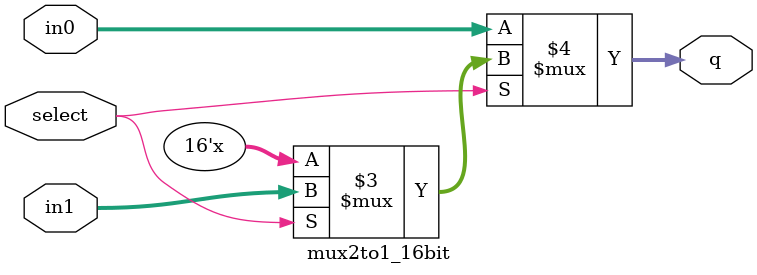
<source format=v>

module mux2to1_16bit(select, in0, in1, q);
	input         select;
	input  [15:0] in0, in1;
	output [15:0] q;

	assign q = (select == 1'b0) ? in0 :
              (select == 1'b1) ? in1 : 16'bxxxxxxxxxxxxxxxx;	// Default won't happen.

endmodule
</source>
